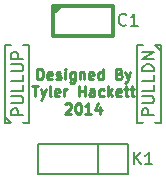
<source format=gto>
G04 (created by PCBNEW (2013-07-07 BZR 4022)-stable) date 12/16/2014 7:09:10 PM*
%MOIN*%
G04 Gerber Fmt 3.4, Leading zero omitted, Abs format*
%FSLAX34Y34*%
G01*
G70*
G90*
G04 APERTURE LIST*
%ADD10C,0.00590551*%
%ADD11C,0.00875*%
%ADD12C,0.008*%
%ADD13C,0.006*%
%ADD14C,0.012*%
%ADD15C,0.055*%
%ADD16R,0.06X0.06*%
%ADD17C,0.06*%
G04 APERTURE END LIST*
G54D10*
G54D11*
X76866Y-55241D02*
X76866Y-54891D01*
X76950Y-54891D01*
X77000Y-54908D01*
X77033Y-54941D01*
X77050Y-54975D01*
X77066Y-55041D01*
X77066Y-55091D01*
X77050Y-55158D01*
X77033Y-55191D01*
X77000Y-55225D01*
X76950Y-55241D01*
X76866Y-55241D01*
X77350Y-55225D02*
X77316Y-55241D01*
X77250Y-55241D01*
X77216Y-55225D01*
X77200Y-55191D01*
X77200Y-55058D01*
X77216Y-55025D01*
X77250Y-55008D01*
X77316Y-55008D01*
X77350Y-55025D01*
X77366Y-55058D01*
X77366Y-55091D01*
X77200Y-55125D01*
X77500Y-55225D02*
X77533Y-55241D01*
X77600Y-55241D01*
X77633Y-55225D01*
X77650Y-55191D01*
X77650Y-55175D01*
X77633Y-55141D01*
X77600Y-55125D01*
X77550Y-55125D01*
X77516Y-55108D01*
X77500Y-55075D01*
X77500Y-55058D01*
X77516Y-55025D01*
X77550Y-55008D01*
X77600Y-55008D01*
X77633Y-55025D01*
X77800Y-55241D02*
X77800Y-55008D01*
X77800Y-54891D02*
X77783Y-54908D01*
X77800Y-54925D01*
X77816Y-54908D01*
X77800Y-54891D01*
X77800Y-54925D01*
X78116Y-55008D02*
X78116Y-55291D01*
X78100Y-55325D01*
X78083Y-55341D01*
X78050Y-55358D01*
X78000Y-55358D01*
X77966Y-55341D01*
X78116Y-55225D02*
X78083Y-55241D01*
X78016Y-55241D01*
X77983Y-55225D01*
X77966Y-55208D01*
X77950Y-55175D01*
X77950Y-55075D01*
X77966Y-55041D01*
X77983Y-55025D01*
X78016Y-55008D01*
X78083Y-55008D01*
X78116Y-55025D01*
X78283Y-55008D02*
X78283Y-55241D01*
X78283Y-55041D02*
X78300Y-55025D01*
X78333Y-55008D01*
X78383Y-55008D01*
X78416Y-55025D01*
X78433Y-55058D01*
X78433Y-55241D01*
X78733Y-55225D02*
X78700Y-55241D01*
X78633Y-55241D01*
X78600Y-55225D01*
X78583Y-55191D01*
X78583Y-55058D01*
X78600Y-55025D01*
X78633Y-55008D01*
X78700Y-55008D01*
X78733Y-55025D01*
X78750Y-55058D01*
X78750Y-55091D01*
X78583Y-55125D01*
X79050Y-55241D02*
X79050Y-54891D01*
X79050Y-55225D02*
X79016Y-55241D01*
X78950Y-55241D01*
X78916Y-55225D01*
X78900Y-55208D01*
X78883Y-55175D01*
X78883Y-55075D01*
X78900Y-55041D01*
X78916Y-55025D01*
X78950Y-55008D01*
X79016Y-55008D01*
X79050Y-55025D01*
X79600Y-55058D02*
X79650Y-55075D01*
X79666Y-55091D01*
X79683Y-55125D01*
X79683Y-55175D01*
X79666Y-55208D01*
X79650Y-55225D01*
X79616Y-55241D01*
X79483Y-55241D01*
X79483Y-54891D01*
X79600Y-54891D01*
X79633Y-54908D01*
X79650Y-54925D01*
X79666Y-54958D01*
X79666Y-54991D01*
X79650Y-55025D01*
X79633Y-55041D01*
X79600Y-55058D01*
X79483Y-55058D01*
X79800Y-55008D02*
X79883Y-55241D01*
X79966Y-55008D02*
X79883Y-55241D01*
X79850Y-55325D01*
X79833Y-55341D01*
X79800Y-55358D01*
X76700Y-55469D02*
X76900Y-55469D01*
X76800Y-55819D02*
X76800Y-55469D01*
X76983Y-55585D02*
X77066Y-55819D01*
X77150Y-55585D02*
X77066Y-55819D01*
X77033Y-55902D01*
X77016Y-55919D01*
X76983Y-55935D01*
X77333Y-55819D02*
X77300Y-55802D01*
X77283Y-55769D01*
X77283Y-55469D01*
X77600Y-55802D02*
X77566Y-55819D01*
X77500Y-55819D01*
X77466Y-55802D01*
X77450Y-55769D01*
X77450Y-55635D01*
X77466Y-55602D01*
X77500Y-55585D01*
X77566Y-55585D01*
X77600Y-55602D01*
X77616Y-55635D01*
X77616Y-55669D01*
X77450Y-55702D01*
X77766Y-55819D02*
X77766Y-55585D01*
X77766Y-55652D02*
X77783Y-55619D01*
X77800Y-55602D01*
X77833Y-55585D01*
X77866Y-55585D01*
X78250Y-55819D02*
X78250Y-55469D01*
X78250Y-55635D02*
X78450Y-55635D01*
X78450Y-55819D02*
X78450Y-55469D01*
X78766Y-55819D02*
X78766Y-55635D01*
X78749Y-55602D01*
X78716Y-55585D01*
X78649Y-55585D01*
X78616Y-55602D01*
X78766Y-55802D02*
X78733Y-55819D01*
X78649Y-55819D01*
X78616Y-55802D01*
X78599Y-55769D01*
X78599Y-55735D01*
X78616Y-55702D01*
X78649Y-55685D01*
X78733Y-55685D01*
X78766Y-55669D01*
X79083Y-55802D02*
X79049Y-55819D01*
X78983Y-55819D01*
X78949Y-55802D01*
X78933Y-55785D01*
X78916Y-55752D01*
X78916Y-55652D01*
X78933Y-55619D01*
X78949Y-55602D01*
X78983Y-55585D01*
X79049Y-55585D01*
X79083Y-55602D01*
X79233Y-55819D02*
X79233Y-55469D01*
X79266Y-55685D02*
X79366Y-55819D01*
X79366Y-55585D02*
X79233Y-55719D01*
X79649Y-55802D02*
X79616Y-55819D01*
X79549Y-55819D01*
X79516Y-55802D01*
X79499Y-55769D01*
X79499Y-55635D01*
X79516Y-55602D01*
X79549Y-55585D01*
X79616Y-55585D01*
X79649Y-55602D01*
X79666Y-55635D01*
X79666Y-55669D01*
X79499Y-55702D01*
X79766Y-55585D02*
X79899Y-55585D01*
X79816Y-55469D02*
X79816Y-55769D01*
X79833Y-55802D01*
X79866Y-55819D01*
X79899Y-55819D01*
X79966Y-55585D02*
X80099Y-55585D01*
X80016Y-55469D02*
X80016Y-55769D01*
X80033Y-55802D01*
X80066Y-55819D01*
X80099Y-55819D01*
X77799Y-56080D02*
X77816Y-56063D01*
X77849Y-56046D01*
X77933Y-56046D01*
X77966Y-56063D01*
X77983Y-56080D01*
X77999Y-56113D01*
X77999Y-56146D01*
X77983Y-56196D01*
X77783Y-56396D01*
X77999Y-56396D01*
X78216Y-56046D02*
X78250Y-56046D01*
X78283Y-56063D01*
X78300Y-56080D01*
X78316Y-56113D01*
X78333Y-56180D01*
X78333Y-56263D01*
X78316Y-56330D01*
X78300Y-56363D01*
X78283Y-56380D01*
X78250Y-56396D01*
X78216Y-56396D01*
X78183Y-56380D01*
X78166Y-56363D01*
X78150Y-56330D01*
X78133Y-56263D01*
X78133Y-56180D01*
X78150Y-56113D01*
X78166Y-56080D01*
X78183Y-56063D01*
X78216Y-56046D01*
X78666Y-56396D02*
X78466Y-56396D01*
X78566Y-56396D02*
X78566Y-56046D01*
X78533Y-56096D01*
X78500Y-56130D01*
X78466Y-56146D01*
X78966Y-56163D02*
X78966Y-56396D01*
X78883Y-56030D02*
X78800Y-56280D01*
X79016Y-56280D01*
G54D12*
X80600Y-53900D02*
X80600Y-54100D01*
X80600Y-56900D02*
X80600Y-56700D01*
X80600Y-56700D02*
X81000Y-56700D01*
X81000Y-56700D02*
X81000Y-54100D01*
X81000Y-54100D02*
X80200Y-54100D01*
X80200Y-54100D02*
X80200Y-56700D01*
X80200Y-56700D02*
X80600Y-56700D01*
X80800Y-54100D02*
X81000Y-54300D01*
X76200Y-56900D02*
X76200Y-56700D01*
X76200Y-53900D02*
X76200Y-54100D01*
X76200Y-54100D02*
X75800Y-54100D01*
X75800Y-54100D02*
X75800Y-56700D01*
X75800Y-56700D02*
X76600Y-56700D01*
X76600Y-56700D02*
X76600Y-54100D01*
X76600Y-54100D02*
X76200Y-54100D01*
X76000Y-56700D02*
X75800Y-56500D01*
G54D13*
X79900Y-57400D02*
X79900Y-58400D01*
X79900Y-58400D02*
X76900Y-58400D01*
X76900Y-58400D02*
X76900Y-57400D01*
X76900Y-57400D02*
X79900Y-57400D01*
X78900Y-58400D02*
X78900Y-57400D01*
G54D14*
X77420Y-52800D02*
X79400Y-52800D01*
X79400Y-52800D02*
X79400Y-53800D01*
X79400Y-53800D02*
X77400Y-53800D01*
X77400Y-53800D02*
X77400Y-52800D01*
X77400Y-53050D02*
X77650Y-52800D01*
G54D12*
X80761Y-56447D02*
X80361Y-56447D01*
X80361Y-56295D01*
X80380Y-56257D01*
X80400Y-56238D01*
X80438Y-56219D01*
X80495Y-56219D01*
X80533Y-56238D01*
X80552Y-56257D01*
X80571Y-56295D01*
X80571Y-56447D01*
X80361Y-56047D02*
X80685Y-56047D01*
X80723Y-56028D01*
X80742Y-56009D01*
X80761Y-55971D01*
X80761Y-55895D01*
X80742Y-55857D01*
X80723Y-55838D01*
X80685Y-55819D01*
X80361Y-55819D01*
X80761Y-55438D02*
X80761Y-55628D01*
X80361Y-55628D01*
X80761Y-55114D02*
X80761Y-55304D01*
X80361Y-55304D01*
X80761Y-54980D02*
X80361Y-54980D01*
X80361Y-54885D01*
X80380Y-54828D01*
X80419Y-54790D01*
X80457Y-54771D01*
X80533Y-54752D01*
X80590Y-54752D01*
X80666Y-54771D01*
X80704Y-54790D01*
X80742Y-54828D01*
X80761Y-54885D01*
X80761Y-54980D01*
X80761Y-54580D02*
X80361Y-54580D01*
X80761Y-54352D01*
X80361Y-54352D01*
X76411Y-56447D02*
X76011Y-56447D01*
X76011Y-56295D01*
X76030Y-56257D01*
X76050Y-56238D01*
X76088Y-56219D01*
X76145Y-56219D01*
X76183Y-56238D01*
X76202Y-56257D01*
X76221Y-56295D01*
X76221Y-56447D01*
X76011Y-56047D02*
X76335Y-56047D01*
X76373Y-56028D01*
X76392Y-56009D01*
X76411Y-55971D01*
X76411Y-55895D01*
X76392Y-55857D01*
X76373Y-55838D01*
X76335Y-55819D01*
X76011Y-55819D01*
X76411Y-55438D02*
X76411Y-55628D01*
X76011Y-55628D01*
X76411Y-55114D02*
X76411Y-55304D01*
X76011Y-55304D01*
X76011Y-54980D02*
X76335Y-54980D01*
X76373Y-54961D01*
X76392Y-54942D01*
X76411Y-54904D01*
X76411Y-54828D01*
X76392Y-54790D01*
X76373Y-54771D01*
X76335Y-54752D01*
X76011Y-54752D01*
X76411Y-54561D02*
X76011Y-54561D01*
X76011Y-54409D01*
X76030Y-54371D01*
X76050Y-54352D01*
X76088Y-54333D01*
X76145Y-54333D01*
X76183Y-54352D01*
X76202Y-54371D01*
X76221Y-54409D01*
X76221Y-54561D01*
G54D13*
X80089Y-58087D02*
X80089Y-57687D01*
X80318Y-58087D02*
X80146Y-57859D01*
X80318Y-57687D02*
X80089Y-57916D01*
X80699Y-58087D02*
X80470Y-58087D01*
X80585Y-58087D02*
X80585Y-57687D01*
X80546Y-57745D01*
X80508Y-57783D01*
X80470Y-57802D01*
G54D12*
X79833Y-53423D02*
X79814Y-53442D01*
X79757Y-53461D01*
X79719Y-53461D01*
X79661Y-53442D01*
X79623Y-53404D01*
X79604Y-53366D01*
X79585Y-53290D01*
X79585Y-53233D01*
X79604Y-53157D01*
X79623Y-53119D01*
X79661Y-53080D01*
X79719Y-53061D01*
X79757Y-53061D01*
X79814Y-53080D01*
X79833Y-53100D01*
X80214Y-53461D02*
X79985Y-53461D01*
X80100Y-53461D02*
X80100Y-53061D01*
X80061Y-53119D01*
X80023Y-53157D01*
X79985Y-53176D01*
%LPC*%
G54D15*
X79900Y-56400D03*
X79900Y-54400D03*
X76900Y-56400D03*
X76900Y-54400D03*
X80600Y-53900D03*
X80600Y-56900D03*
X76200Y-56900D03*
X76200Y-53900D03*
G54D16*
X79400Y-57900D03*
G54D17*
X78400Y-57900D03*
X77400Y-57900D03*
G54D15*
X77900Y-53300D03*
X78900Y-53300D03*
M02*

</source>
